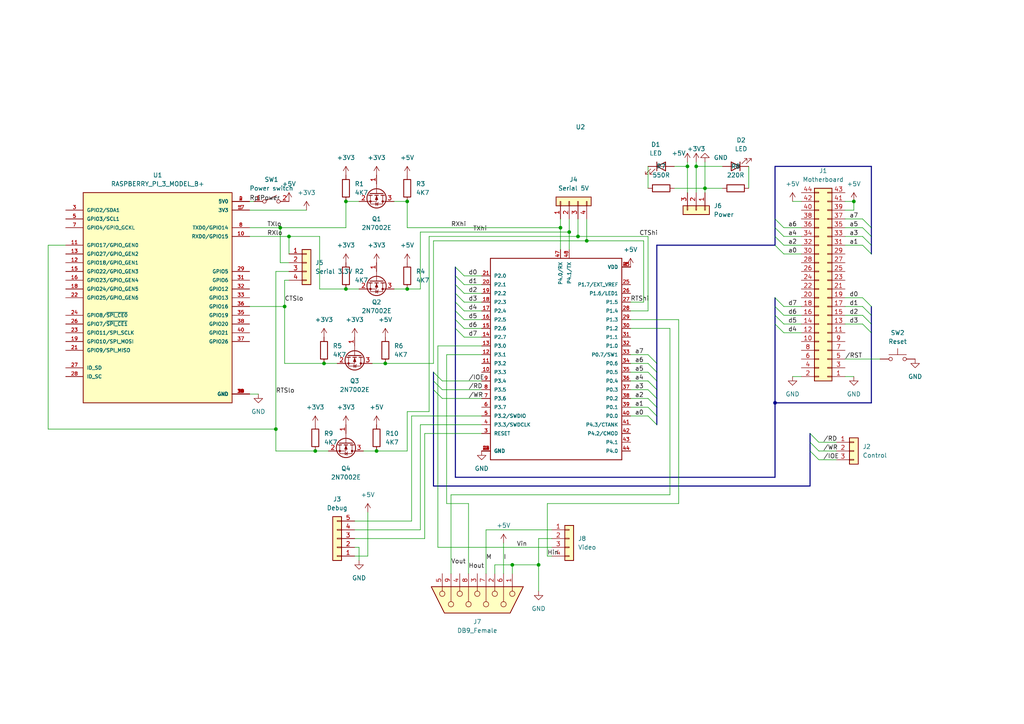
<source format=kicad_sch>
(kicad_sch (version 20211123) (generator eeschema)
  (paper "A4")
  (lib_symbols
    (symbol "CY8CKIT-049-42XX:CY8CKIT-049-42XX" (pin_names (offset 1.016))
      (property "Reference" "U2" (at 12.0397 83.82 0))
      (symbol "CY8CKIT-049-42XX_0_0"
        (polyline (pts (xy -12.7 -12.7) (xy 25.4 -12.7)) (stroke (width 0.254)))
        (polyline (pts (xy -12.7 45.72) (xy -12.7 -12.7)) (stroke (width 0.254)))
        (polyline (pts (xy 25.4 -12.7) (xy 25.4 45.72)) (stroke (width 0.254)))
        (polyline (pts (xy 25.4 45.72) (xy -12.7 45.72)) (stroke (width 0.254)))
        (pin bidirectional line (at 27.94 43.18 180) (length 2.54) (name "VDD") (number "1"))
        (pin bidirectional line (at -15.24 12.7 0) (length 2.54) (name "P3.3") (number "10"))
        (pin bidirectional line (at -15.24 15.24 0) (length 2.54) (name "P3.2") (number "11"))
        (pin bidirectional line (at -15.24 17.78 0) (length 2.54) (name "P3.1") (number "12"))
        (pin bidirectional line (at -15.24 20.32 0) (length 2.54) (name "P3.0") (number "13"))
        (pin bidirectional line (at -15.24 22.86 0) (length 2.54) (name "P2.7") (number "14"))
        (pin bidirectional line (at -15.24 25.4 0) (length 2.54) (name "P2.6") (number "15"))
        (pin bidirectional line (at -15.24 27.94 0) (length 2.54) (name "P2.5") (number "16"))
        (pin bidirectional line (at -15.24 30.48 0) (length 2.54) (name "P2.4") (number "17"))
        (pin bidirectional line (at -15.24 33.02 0) (length 2.54) (name "P2.3") (number "18"))
        (pin bidirectional line (at -15.24 35.56 0) (length 2.54) (name "P2.2") (number "19"))
        (pin bidirectional line (at -15.24 -10.16 0) (length 2.54) (name "GND") (number "2"))
        (pin bidirectional line (at -15.24 38.1 0) (length 2.54) (name "P2.1") (number "20"))
        (pin bidirectional line (at -15.24 40.64 0) (length 2.54) (name "P2.0") (number "21"))
        (pin bidirectional line (at -15.24 -10.16 0) (length 2.54) (name "GND") (number "22"))
        (pin bidirectional line (at 27.94 43.18 180) (length 2.54) (name "VDD") (number "23"))
        (pin bidirectional line (at -15.24 -10.16 0) (length 2.54) (name "GND") (number "24"))
        (pin bidirectional line (at 27.94 38.1 180) (length 2.54) (name "P1.7/EXT_VREF") (number "25"))
        (pin bidirectional line (at 27.94 35.56 180) (length 2.54) (name "P1.6/LED1") (number "26"))
        (pin bidirectional line (at 27.94 33.02 180) (length 2.54) (name "P1.5") (number "27"))
        (pin bidirectional line (at 27.94 30.48 180) (length 2.54) (name "P1.4") (number "28"))
        (pin bidirectional line (at 27.94 27.94 180) (length 2.54) (name "P1.3") (number "29"))
        (pin bidirectional line (at -15.24 -5.08 0) (length 2.54) (name "RESET") (number "3"))
        (pin bidirectional line (at 27.94 25.4 180) (length 2.54) (name "P1.2") (number "30"))
        (pin bidirectional line (at 27.94 22.86 180) (length 2.54) (name "P1.1") (number "31"))
        (pin bidirectional line (at 27.94 20.32 180) (length 2.54) (name "P1.0") (number "32"))
        (pin bidirectional line (at 27.94 17.78 180) (length 2.54) (name "P0.7/SW1") (number "33"))
        (pin bidirectional line (at 27.94 15.24 180) (length 2.54) (name "P0.6") (number "34"))
        (pin bidirectional line (at 27.94 12.7 180) (length 2.54) (name "P0.5") (number "35"))
        (pin bidirectional line (at 27.94 10.16 180) (length 2.54) (name "P0.4") (number "36"))
        (pin bidirectional line (at 27.94 7.62 180) (length 2.54) (name "P0.3") (number "37"))
        (pin bidirectional line (at 27.94 5.08 180) (length 2.54) (name "P0.2") (number "38"))
        (pin bidirectional line (at 27.94 2.54 180) (length 2.54) (name "P0.1") (number "39"))
        (pin bidirectional line (at -15.24 -2.54 0) (length 2.54) (name "P3.3/SWDCLK") (number "4"))
        (pin bidirectional line (at 27.94 0 180) (length 2.54) (name "P0.0") (number "40"))
        (pin bidirectional line (at 27.94 -2.54 180) (length 2.54) (name "P4.3/CTANK") (number "41"))
        (pin bidirectional line (at 27.94 -5.08 180) (length 2.54) (name "P4.2/CMOD") (number "42"))
        (pin bidirectional line (at 27.94 -7.62 180) (length 2.54) (name "P4.1") (number "43"))
        (pin bidirectional line (at 27.94 -10.16 180) (length 2.54) (name "P4.0") (number "44"))
        (pin power_in line (at 27.94 43.18 180) (length 2.54) (name "VDD") (number "45"))
        (pin power_in line (at -15.24 -10.16 0) (length 2.54) (name "GND") (number "46"))
        (pin bidirectional line (at 7.62 48.26 270) (length 2.54) (name "P4.0/RX") (number "47"))
        (pin bidirectional line (at 10.16 48.26 270) (length 2.54) (name "P4.1/TX") (number "48"))
        (pin bidirectional line (at -15.24 0 0) (length 2.54) (name "P3.2/SWDIO") (number "5"))
        (pin bidirectional line (at -15.24 2.54 0) (length 2.54) (name "P3.7") (number "6"))
        (pin bidirectional line (at -15.24 5.08 0) (length 2.54) (name "P3.6") (number "7"))
        (pin bidirectional line (at -15.24 7.62 0) (length 2.54) (name "P3.5") (number "8"))
        (pin bidirectional line (at -15.24 10.16 0) (length 2.54) (name "P3.4") (number "9"))
      )
    )
    (symbol "Connector:DB9_Female" (pin_names (offset 1.016) hide)
      (property "Reference" "J" (at 0 13.97 0))
      (property "Value" "DB9_Female" (at 0 -14.605 0))
      (symbol "DB9_Female_0_1"
        (circle (center -1.778 -10.16) (radius 0.762))
        (circle (center -1.778 -5.08) (radius 0.762))
        (circle (center -1.778 0) (radius 0.762))
        (circle (center -1.778 5.08) (radius 0.762))
        (circle (center -1.778 10.16) (radius 0.762))
        (polyline (pts (xy -3.81 -10.16) (xy -2.54 -10.16)))
        (polyline (pts (xy -3.81 -7.62) (xy 0.508 -7.62)))
        (polyline (pts (xy -3.81 -5.08) (xy -2.54 -5.08)))
        (polyline (pts (xy -3.81 -2.54) (xy 0.508 -2.54)))
        (polyline (pts (xy -3.81 0) (xy -2.54 0)))
        (polyline (pts (xy -3.81 2.54) (xy 0.508 2.54)))
        (polyline (pts (xy -3.81 5.08) (xy -2.54 5.08)))
        (polyline (pts (xy -3.81 7.62) (xy 0.508 7.62)))
        (polyline (pts (xy -3.81 10.16) (xy -2.54 10.16)))
        (polyline (pts (xy -3.81 13.335) (xy -3.81 -13.335) (xy 3.81 -9.525) (xy 3.81 9.525) (xy -3.81 13.335)) (stroke (width 0.254)) (fill (type background)))
        (circle (center 1.27 -7.62) (radius 0.762))
        (circle (center 1.27 -2.54) (radius 0.762))
        (circle (center 1.27 2.54) (radius 0.762))
        (circle (center 1.27 7.62) (radius 0.762))
      )
      (symbol "DB9_Female_1_1"
        (pin passive line (at -7.62 10.16 0) (length 3.81) (name "1") (number "1"))
        (pin passive line (at -7.62 5.08 0) (length 3.81) (name "2") (number "2"))
        (pin passive line (at -7.62 0 0) (length 3.81) (name "3") (number "3"))
        (pin passive line (at -7.62 -5.08 0) (length 3.81) (name "4") (number "4"))
        (pin passive line (at -7.62 -10.16 0) (length 3.81) (name "5") (number "5"))
        (pin passive line (at -7.62 7.62 0) (length 3.81) (name "6") (number "6"))
        (pin passive line (at -7.62 2.54 0) (length 3.81) (name "7") (number "7"))
        (pin passive line (at -7.62 -2.54 0) (length 3.81) (name "8") (number "8"))
        (pin passive line (at -7.62 -7.62 0) (length 3.81) (name "9") (number "9"))
      )
    )
    (symbol "Connector_Generic:Conn_01x03" (pin_names (offset 1.016) hide)
      (property "Reference" "J" (at 0 5.08 0))
      (property "Value" "Conn_01x03" (at 0 -5.08 0))
      (symbol "Conn_01x03_1_1"
        (rectangle (start -1.27 -2.413) (end 0 -2.667) (stroke (width 0.1524)))
        (rectangle (start -1.27 0.127) (end 0 -0.127) (stroke (width 0.1524)))
        (rectangle (start -1.27 2.667) (end 0 2.413) (stroke (width 0.1524)))
        (rectangle (start -1.27 3.81) (end 1.27 -3.81) (stroke (width 0.254)) (fill (type background)))
        (pin passive line (at -5.08 2.54 0) (length 3.81) (name "Pin_1") (number "1"))
        (pin passive line (at -5.08 0 0) (length 3.81) (name "Pin_2") (number "2"))
        (pin passive line (at -5.08 -2.54 0) (length 3.81) (name "Pin_3") (number "3"))
      )
    )
    (symbol "Connector_Generic:Conn_01x04" (pin_names (offset 1.016) hide)
      (property "Reference" "J" (at 0 5.08 0))
      (property "Value" "Conn_01x04" (at 0 -7.62 0))
      (symbol "Conn_01x04_1_1"
        (rectangle (start -1.27 -4.953) (end 0 -5.207) (stroke (width 0.1524)))
        (rectangle (start -1.27 -2.413) (end 0 -2.667) (stroke (width 0.1524)))
        (rectangle (start -1.27 0.127) (end 0 -0.127) (stroke (width 0.1524)))
        (rectangle (start -1.27 2.667) (end 0 2.413) (stroke (width 0.1524)))
        (rectangle (start -1.27 3.81) (end 1.27 -6.35) (stroke (width 0.254)) (fill (type background)))
        (pin passive line (at -5.08 2.54 0) (length 3.81) (name "Pin_1") (number "1"))
        (pin passive line (at -5.08 0 0) (length 3.81) (name "Pin_2") (number "2"))
        (pin passive line (at -5.08 -2.54 0) (length 3.81) (name "Pin_3") (number "3"))
        (pin passive line (at -5.08 -5.08 0) (length 3.81) (name "Pin_4") (number "4"))
      )
    )
    (symbol "Connector_Generic:Conn_01x05" (pin_names (offset 1.016) hide)
      (property "Reference" "J" (at 0 7.62 0))
      (property "Value" "Conn_01x05" (at 0 -7.62 0))
      (symbol "Conn_01x05_1_1"
        (rectangle (start -1.27 -4.953) (end 0 -5.207) (stroke (width 0.1524)))
        (rectangle (start -1.27 -2.413) (end 0 -2.667) (stroke (width 0.1524)))
        (rectangle (start -1.27 0.127) (end 0 -0.127) (stroke (width 0.1524)))
        (rectangle (start -1.27 2.667) (end 0 2.413) (stroke (width 0.1524)))
        (rectangle (start -1.27 5.207) (end 0 4.953) (stroke (width 0.1524)))
        (rectangle (start -1.27 6.35) (end 1.27 -6.35) (stroke (width 0.254)) (fill (type background)))
        (pin passive line (at -5.08 5.08 0) (length 3.81) (name "Pin_1") (number "1"))
        (pin passive line (at -5.08 2.54 0) (length 3.81) (name "Pin_2") (number "2"))
        (pin passive line (at -5.08 0 0) (length 3.81) (name "Pin_3") (number "3"))
        (pin passive line (at -5.08 -2.54 0) (length 3.81) (name "Pin_4") (number "4"))
        (pin passive line (at -5.08 -5.08 0) (length 3.81) (name "Pin_5") (number "5"))
      )
    )
    (symbol "Connector_Generic:Conn_02x22_Odd_Even" (pin_names (offset 1.016) hide)
      (property "Reference" "J" (at 1.27 27.94 0))
      (property "Value" "Conn_02x22_Odd_Even" (at 1.27 -30.48 0))
      (symbol "Conn_02x22_Odd_Even_1_1"
        (rectangle (start -1.27 -27.813) (end 0 -28.067) (stroke (width 0.1524)))
        (rectangle (start -1.27 -25.273) (end 0 -25.527) (stroke (width 0.1524)))
        (rectangle (start -1.27 -22.733) (end 0 -22.987) (stroke (width 0.1524)))
        (rectangle (start -1.27 -20.193) (end 0 -20.447) (stroke (width 0.1524)))
        (rectangle (start -1.27 -17.653) (end 0 -17.907) (stroke (width 0.1524)))
        (rectangle (start -1.27 -15.113) (end 0 -15.367) (stroke (width 0.1524)))
        (rectangle (start -1.27 -12.573) (end 0 -12.827) (stroke (width 0.1524)))
        (rectangle (start -1.27 -10.033) (end 0 -10.287) (stroke (width 0.1524)))
        (rectangle (start -1.27 -7.493) (end 0 -7.747) (stroke (width 0.1524)))
        (rectangle (start -1.27 -4.953) (end 0 -5.207) (stroke (width 0.1524)))
        (rectangle (start -1.27 -2.413) (end 0 -2.667) (stroke (width 0.1524)))
        (rectangle (start -1.27 0.127) (end 0 -0.127) (stroke (width 0.1524)))
        (rectangle (start -1.27 2.667) (end 0 2.413) (stroke (width 0.1524)))
        (rectangle (start -1.27 5.207) (end 0 4.953) (stroke (width 0.1524)))
        (rectangle (start -1.27 7.747) (end 0 7.493) (stroke (width 0.1524)))
        (rectangle (start -1.27 10.287) (end 0 10.033) (stroke (width 0.1524)))
        (rectangle (start -1.27 12.827) (end 0 12.573) (stroke (width 0.1524)))
        (rectangle (start -1.27 15.367) (end 0 15.113) (stroke (width 0.1524)))
        (rectangle (start -1.27 17.907) (end 0 17.653) (stroke (width 0.1524)))
        (rectangle (start -1.27 20.447) (end 0 20.193) (stroke (width 0.1524)))
        (rectangle (start -1.27 22.987) (end 0 22.733) (stroke (width 0.1524)))
        (rectangle (start -1.27 25.527) (end 0 25.273) (stroke (width 0.1524)))
        (rectangle (start -1.27 26.67) (end 3.81 -29.21) (stroke (width 0.254)) (fill (type background)))
        (rectangle (start 3.81 -27.813) (end 2.54 -28.067) (stroke (width 0.1524)))
        (rectangle (start 3.81 -25.273) (end 2.54 -25.527) (stroke (width 0.1524)))
        (rectangle (start 3.81 -22.733) (end 2.54 -22.987) (stroke (width 0.1524)))
        (rectangle (start 3.81 -20.193) (end 2.54 -20.447) (stroke (width 0.1524)))
        (rectangle (start 3.81 -17.653) (end 2.54 -17.907) (stroke (width 0.1524)))
        (rectangle (start 3.81 -15.113) (end 2.54 -15.367) (stroke (width 0.1524)))
        (rectangle (start 3.81 -12.573) (end 2.54 -12.827) (stroke (width 0.1524)))
        (rectangle (start 3.81 -10.033) (end 2.54 -10.287) (stroke (width 0.1524)))
        (rectangle (start 3.81 -7.493) (end 2.54 -7.747) (stroke (width 0.1524)))
        (rectangle (start 3.81 -4.953) (end 2.54 -5.207) (stroke (width 0.1524)))
        (rectangle (start 3.81 -2.413) (end 2.54 -2.667) (stroke (width 0.1524)))
        (rectangle (start 3.81 0.127) (end 2.54 -0.127) (stroke (width 0.1524)))
        (rectangle (start 3.81 2.667) (end 2.54 2.413) (stroke (width 0.1524)))
        (rectangle (start 3.81 5.207) (end 2.54 4.953) (stroke (width 0.1524)))
        (rectangle (start 3.81 7.747) (end 2.54 7.493) (stroke (width 0.1524)))
        (rectangle (start 3.81 10.287) (end 2.54 10.033) (stroke (width 0.1524)))
        (rectangle (start 3.81 12.827) (end 2.54 12.573) (stroke (width 0.1524)))
        (rectangle (start 3.81 15.367) (end 2.54 15.113) (stroke (width 0.1524)))
        (rectangle (start 3.81 17.907) (end 2.54 17.653) (stroke (width 0.1524)))
        (rectangle (start 3.81 20.447) (end 2.54 20.193) (stroke (width 0.1524)))
        (rectangle (start 3.81 22.987) (end 2.54 22.733) (stroke (width 0.1524)))
        (rectangle (start 3.81 25.527) (end 2.54 25.273) (stroke (width 0.1524)))
        (pin passive line (at -5.08 25.4 0) (length 3.81) (name "Pin_1") (number "1"))
        (pin passive line (at 7.62 15.24 180) (length 3.81) (name "Pin_10") (number "10"))
        (pin passive line (at -5.08 12.7 0) (length 3.81) (name "Pin_11") (number "11"))
        (pin passive line (at 7.62 12.7 180) (length 3.81) (name "Pin_12") (number "12"))
        (pin passive line (at -5.08 10.16 0) (length 3.81) (name "Pin_13") (number "13"))
        (pin passive line (at 7.62 10.16 180) (length 3.81) (name "Pin_14") (number "14"))
        (pin passive line (at -5.08 7.62 0) (length 3.81) (name "Pin_15") (number "15"))
        (pin passive line (at 7.62 7.62 180) (length 3.81) (name "Pin_16") (number "16"))
        (pin passive line (at -5.08 5.08 0) (length 3.81) (name "Pin_17") (number "17"))
        (pin passive line (at 7.62 5.08 180) (length 3.81) (name "Pin_18") (number "18"))
        (pin passive line (at -5.08 2.54 0) (length 3.81) (name "Pin_19") (number "19"))
        (pin passive line (at 7.62 25.4 180) (length 3.81) (name "Pin_2") (number "2"))
        (pin passive line (at 7.62 2.54 180) (length 3.81) (name "Pin_20") (number "20"))
        (pin passive line (at -5.08 0 0) (length 3.81) (name "Pin_21") (number "21"))
        (pin passive line (at 7.62 0 180) (length 3.81) (name "Pin_22") (number "22"))
        (pin passive line (at -5.08 -2.54 0) (length 3.81) (name "Pin_23") (number "23"))
        (pin passive line (at 7.62 -2.54 180) (length 3.81) (name "Pin_24") (number "24"))
        (pin passive line (at -5.08 -5.08 0) (length 3.81) (name "Pin_25") (number "25"))
        (pin passive line (at 7.62 -5.08 180) (length 3.81) (name "Pin_26") (number "26"))
        (pin passive line (at -5.08 -7.62 0) (length 3.81) (name "Pin_27") (number "27"))
        (pin passive line (at 7.62 -7.62 180) (length 3.81) (name "Pin_28") (number "28"))
        (pin passive line (at -5.08 -10.16 0) (length 3.81) (name "Pin_29") (number "29"))
        (pin passive line (at -5.08 22.86 0) (length 3.81) (name "Pin_3") (number "3"))
        (pin passive line (at 7.62 -10.16 180) (length 3.81) (name "Pin_30") (number "30"))
        (pin passive line (at -5.08 -12.7 0) (length 3.81) (name "Pin_31") (number "31"))
        (pin passive line (at 7.62 -12.7 180) (length 3.81) (name "Pin_32") (number "32"))
        (pin passive line (at -5.08 -15.24 0) (length 3.81) (name "Pin_33") (number "33"))
        (pin passive line (at 7.62 -15.24 180) (length 3.81) (name "Pin_34") (number "34"))
        (pin passive line (at -5.08 -17.78 0) (length 3.81) (name "Pin_35") (number "35"))
        (pin passive line (at 7.62 -17.78 180) (length 3.81) (name "Pin_36") (number "36"))
        (pin passive line (at -5.08 -20.32 0) (length 3.81) (name "Pin_37") (number "37"))
        (pin passive line (at 7.62 -20.32 180) (length 3.81) (name "Pin_38") (number "38"))
        (pin passive line (at -5.08 -22.86 0) (length 3.81) (name "Pin_39") (number "39"))
        (pin passive line (at 7.62 22.86 180) (length 3.81) (name "Pin_4") (number "4"))
        (pin passive line (at 7.62 -22.86 180) (length 3.81) (name "Pin_40") (number "40"))
        (pin passive line (at -5.08 -25.4 0) (length 3.81) (name "Pin_41") (number "41"))
        (pin passive line (at 7.62 -25.4 180) (length 3.81) (name "Pin_42") (number "42"))
        (pin passive line (at -5.08 -27.94 0) (length 3.81) (name "Pin_43") (number "43"))
        (pin passive line (at 7.62 -27.94 180) (length 3.81) (name "Pin_44") (number "44"))
        (pin passive line (at -5.08 20.32 0) (length 3.81) (name "Pin_5") (number "5"))
        (pin passive line (at 7.62 20.32 180) (length 3.81) (name "Pin_6") (number "6"))
        (pin passive line (at -5.08 17.78 0) (length 3.81) (name "Pin_7") (number "7"))
        (pin passive line (at 7.62 17.78 180) (length 3.81) (name "Pin_8") (number "8"))
        (pin passive line (at -5.08 15.24 0) (length 3.81) (name "Pin_9") (number "9"))
      )
    )
    (symbol "Device:LED" (pin_numbers hide) (pin_names (offset 1.016) hide)
      (property "Reference" "D" (at 0 2.54 0))
      (property "Value" "LED" (at 0 -2.54 0))
      (symbol "LED_0_1"
        (polyline (pts (xy -1.27 -1.27) (xy -1.27 1.27)) (stroke (width 0.254)))
        (polyline (pts (xy -1.27 0) (xy 1.27 0)))
        (polyline (pts (xy 1.27 -1.27) (xy 1.27 1.27) (xy -1.27 0) (xy 1.27 -1.27)) (stroke (width 0.254)))
        (polyline (pts (xy -3.048 -0.762) (xy -4.572 -2.286) (xy -3.81 -2.286) (xy -4.572 -2.286) (xy -4.572 -1.524)))
        (polyline (pts (xy -1.778 -0.762) (xy -3.302 -2.286) (xy -2.54 -2.286) (xy -3.302 -2.286) (xy -3.302 -1.524)))
      )
      (symbol "LED_1_1"
        (pin passive line (at -3.81 0 0) (length 2.54) (name "K") (number "1"))
        (pin passive line (at 3.81 0 180) (length 2.54) (name "A") (number "2"))
      )
    )
    (symbol "Device:R" (pin_numbers hide) (pin_names (offset 0))
      (property "Reference" "R" (at 2.032 0 90))
      (property "Value" "R" (at 0 0 90))
      (symbol "R_0_1"
        (rectangle (start -1.016 -2.54) (end 1.016 2.54) (stroke (width 0.254)))
      )
      (symbol "R_1_1"
        (pin passive line (at 0 3.81 270) (length 1.27) (name "~") (number "1"))
        (pin passive line (at 0 -3.81 90) (length 1.27) (name "~") (number "2"))
      )
    )
    (symbol "RASPBERRY_PI_3_MODEL_B_:RASPBERRY_PI_3_MODEL_B+" (pin_names (offset 1.016))
      (property "Reference" "U1" (at -1.27 30.48 0))
      (property "Value" "RASPBERRY_PI_3_MODEL_B+" (at -1.27 27.94 0))
      (symbol "RASPBERRY_PI_3_MODEL_B+_0_0"
        (rectangle (start -22.86 -35.56) (end 20.32 25.4) (stroke (width 0.254)) (fill (type background)))
        (pin power_in line (at 25.4 20.32 180) (length 5.08) (name "3V3") (number "1"))
        (pin bidirectional line (at 25.4 12.7 180) (length 5.08) (name "RXD0/GPIO15") (number "10"))
        (pin bidirectional line (at -27.94 10.16 0) (length 5.08) (name "GPIO17/GPIO_GEN0") (number "11"))
        (pin bidirectional line (at -27.94 5.08 0) (length 5.08) (name "GPIO18/GPIO_GEN1") (number "12"))
        (pin bidirectional line (at -27.94 7.62 0) (length 5.08) (name "GPIO27/GPIO_GEN2") (number "13"))
        (pin power_in line (at 25.4 -33.02 180) (length 5.08) (name "GND") (number "14"))
        (pin bidirectional line (at -27.94 2.54 0) (length 5.08) (name "GPIO22/GPIO_GEN3") (number "15"))
        (pin bidirectional line (at -27.94 0 0) (length 5.08) (name "GPIO23/GPIO_GEN4") (number "16"))
        (pin power_in line (at 25.4 20.32 180) (length 5.08) (name "3V3") (number "17"))
        (pin bidirectional line (at -27.94 -2.54 0) (length 5.08) (name "GPIO24/GPIO_GEN5") (number "18"))
        (pin bidirectional line (at -27.94 -17.78 0) (length 5.08) (name "GPIO10/SPI_MOSI") (number "19"))
        (pin power_in line (at 25.4 22.86 180) (length 5.08) (name "5V0") (number "2"))
        (pin power_in line (at 25.4 -33.02 180) (length 5.08) (name "GND") (number "20"))
        (pin bidirectional line (at -27.94 -20.32 0) (length 5.08) (name "GPIO9/SPI_MISO") (number "21"))
        (pin bidirectional line (at -27.94 -5.08 0) (length 5.08) (name "GPIO25/GPIO_GEN6") (number "22"))
        (pin bidirectional line (at -27.94 -15.24 0) (length 5.08) (name "GPIO11/SPI_SCLK") (number "23"))
        (pin bidirectional line (at -27.94 -10.16 0) (length 5.08) (name "GPIO8/~{SPI_CE0}") (number "24"))
        (pin power_in line (at 25.4 -33.02 180) (length 5.08) (name "GND") (number "25"))
        (pin bidirectional line (at -27.94 -12.7 0) (length 5.08) (name "GPIO7/~{SPI_CE1}") (number "26"))
        (pin bidirectional line (at -27.94 -25.4 0) (length 5.08) (name "ID_SD") (number "27"))
        (pin bidirectional line (at -27.94 -27.94 0) (length 5.08) (name "ID_SC") (number "28"))
        (pin bidirectional line (at 25.4 2.54 180) (length 5.08) (name "GPIO5") (number "29"))
        (pin bidirectional line (at -27.94 20.32 0) (length 5.08) (name "GPIO2/SDA1") (number "3"))
        (pin power_in line (at 25.4 -33.02 180) (length 5.08) (name "GND") (number "30"))
        (pin bidirectional line (at 25.4 0 180) (length 5.08) (name "GPIO6") (number "31"))
        (pin bidirectional line (at 25.4 -2.54 180) (length 5.08) (name "GPIO12") (number "32"))
        (pin bidirectional line (at 25.4 -5.08 180) (length 5.08) (name "GPIO13") (number "33"))
        (pin power_in line (at 25.4 -33.02 180) (length 5.08) (name "GND") (number "34"))
        (pin bidirectional line (at 25.4 -10.16 180) (length 5.08) (name "GPIO19") (number "35"))
        (pin bidirectional line (at 25.4 -7.62 180) (length 5.08) (name "GPIO16") (number "36"))
        (pin bidirectional line (at 25.4 -17.78 180) (length 5.08) (name "GPIO26") (number "37"))
        (pin bidirectional line (at 25.4 -12.7 180) (length 5.08) (name "GPIO20") (number "38"))
        (pin power_in line (at 25.4 -33.02 180) (length 5.08) (name "GND") (number "39"))
        (pin power_in line (at 25.4 22.86 180) (length 5.08) (name "5V0") (number "4"))
        (pin bidirectional line (at 25.4 -15.24 180) (length 5.08) (name "GPIO21") (number "40"))
        (pin bidirectional line (at -27.94 17.78 0) (length 5.08) (name "GPIO3/SCL1") (number "5"))
        (pin power_in line (at 25.4 -33.02 180) (length 5.08) (name "GND") (number "6"))
        (pin bidirectional line (at -27.94 15.24 0) (length 5.08) (name "GPIO4/GPIO_GCKL") (number "7"))
        (pin bidirectional line (at 25.4 15.24 180) (length 5.08) (name "TXD0/GPIO14") (number "8"))
        (pin power_in line (at 25.4 -33.02 180) (length 5.08) (name "GND") (number "9"))
      )
    )
    (symbol "Switch:SW_Push" (pin_numbers hide) (pin_names (offset 1.016) hide)
      (property "Reference" "SW" (at 1.27 2.54 0))
      (property "Value" "SW_Push" (at 0 -1.524 0))
      (symbol "SW_Push_0_1"
        (circle (center -2.032 0) (radius 0.508))
        (polyline (pts (xy 0 1.27) (xy 0 3.048)))
        (polyline (pts (xy 2.54 1.27) (xy -2.54 1.27)))
        (circle (center 2.032 0) (radius 0.508))
        (pin passive line (at -5.08 0 0) (length 2.54) (name "1") (number "1"))
        (pin passive line (at 5.08 0 180) (length 2.54) (name "2") (number "2"))
      )
    )
    (symbol "Switch:SW_SPST" (pin_names (offset 0) hide)
      (property "Reference" "SW" (at 0 3.175 0))
      (property "Value" "SW_SPST" (at 0 -2.54 0))
      (symbol "SW_SPST_0_0"
        (circle (center -2.032 0) (radius 0.508))
        (polyline (pts (xy -1.524 0.254) (xy 1.524 1.778)))
        (circle (center 2.032 0) (radius 0.508))
      )
      (symbol "SW_SPST_1_1"
        (pin passive line (at -5.08 0 0) (length 2.54) (name "A") (number "1"))
        (pin passive line (at 5.08 0 180) (length 2.54) (name "B") (number "2"))
      )
    )
    (symbol "Transistor_FET:2N7002E" (pin_names hide)
      (property "Reference" "Q" (at 5.08 1.905 0))
      (property "Value" "2N7002E" (at 5.08 0 0))
      (symbol "2N7002E_0_1"
        (polyline (pts (xy 0.254 0) (xy -2.54 0)))
        (polyline (pts (xy 0.254 1.905) (xy 0.254 -1.905)) (stroke (width 0.254)))
        (polyline (pts (xy 0.762 -1.27) (xy 0.762 -2.286)) (stroke (width 0.254)))
        (polyline (pts (xy 0.762 0.508) (xy 0.762 -0.508)) (stroke (width 0.254)))
        (polyline (pts (xy 0.762 2.286) (xy 0.762 1.27)) (stroke (width 0.254)))
        (polyline (pts (xy 2.54 2.54) (xy 2.54 1.778)))
        (polyline (pts (xy 2.54 -2.54) (xy 2.54 0) (xy 0.762 0)))
        (polyline (pts (xy 0.762 -1.778) (xy 3.302 -1.778) (xy 3.302 1.778) (xy 0.762 1.778)))
        (polyline (pts (xy 1.016 0) (xy 2.032 0.381) (xy 2.032 -0.381) (xy 1.016 0)) (fill (type outline)))
        (polyline (pts (xy 2.794 0.508) (xy 2.921 0.381) (xy 3.683 0.381) (xy 3.81 0.254)))
        (polyline (pts (xy 3.302 0.381) (xy 2.921 -0.254) (xy 3.683 -0.254) (xy 3.302 0.381)))
        (circle (center 1.651 0) (radius 2.794) (stroke (width 0.254)))
        (circle (center 2.54 -1.778) (radius 0.254) (fill (type outline)))
        (circle (center 2.54 1.778) (radius 0.254) (fill (type outline)))
      )
      (symbol "2N7002E_1_1"
        (pin input line (at -5.08 0 0) (length 2.54) (name "G") (number "1"))
        (pin passive line (at 2.54 -5.08 90) (length 2.54) (name "S") (number "2"))
        (pin passive line (at 2.54 5.08 270) (length 2.54) (name "D") (number "3"))
      )
    )
    (symbol "power:+3.3V" (power) (pin_names (offset 0))
      (property "Value" "+3.3V" (at 0 3.556 0))
      (symbol "+3.3V_0_1"
        (polyline (pts (xy -0.762 1.27) (xy 0 2.54)))
        (polyline (pts (xy 0 0) (xy 0 2.54)))
        (polyline (pts (xy 0 2.54) (xy 0.762 1.27)))
      )
      (symbol "+3.3V_1_1"
        (pin power_in line (at 0 0 90) (length 0) hide (name "+3V3") (number "1"))
      )
    )
    (symbol "power:+5V" (power) (pin_names (offset 0))
      (property "Value" "+5V" (at 0 3.556 0))
      (symbol "+5V_0_1"
        (polyline (pts (xy -0.762 1.27) (xy 0 2.54)))
        (polyline (pts (xy 0 0) (xy 0 2.54)))
        (polyline (pts (xy 0 2.54) (xy 0.762 1.27)))
      )
      (symbol "+5V_1_1"
        (pin power_in line (at 0 0 90) (length 0) hide (name "+5V") (number "1"))
      )
    )
    (symbol "power:GND" (power) (pin_names (offset 0))
      (property "Value" "GND" (at 0 -3.81 0))
      (symbol "GND_0_1"
        (polyline (pts (xy 0 0) (xy 0 -1.27) (xy 1.27 -1.27) (xy 0 -2.54) (xy -1.27 -1.27) (xy 0 -1.27)))
      )
      (symbol "GND_1_1"
        (pin power_in line (at 0 0 270) (length 0) hide (name "GND") (number "1"))
      )
    )
  )
  (junction (at 170.18 69.85))
  (junction (at 148.59 163.83))
  (junction (at 80.01 124.46))
  (junction (at 83.82 68.58))
  (junction (at 156.21 163.83))
  (junction (at 224.79 116.84))
  (junction (at 247.65 58.42))
  (junction (at 167.64 68.58))
  (junction (at 201.93 48.26))
  (junction (at 100.33 58.42))
  (junction (at 162.56 66.04))
  (junction (at 91.44 130.81))
  (junction (at 109.22 130.81))
  (junction (at 204.47 54.61))
  (junction (at 81.28 66.04))
  (junction (at 100.33 83.82))
  (junction (at 118.11 58.42))
  (junction (at 111.76 105.41))
  (junction (at 165.1 67.31))
  (junction (at 93.98 105.41))
  (junction (at 118.11 83.82))
  (junction (at 199.39 48.26))
  (junction (at 82.55 88.9))
  (bus_entry (at 234.95 125.73) (size 2.54 2.54))
  (bus_entry (at 234.95 128.27) (size 2.54 2.54))
  (bus_entry (at 234.95 130.81) (size 2.54 2.54))
  (bus_entry (at 132.08 80.01) (size 2.54 2.54))
  (bus_entry (at 132.08 77.47) (size 2.54 2.54))
  (bus_entry (at 132.08 95.25) (size 2.54 2.54))
  (bus_entry (at 132.08 85.09) (size 2.54 2.54))
  (bus_entry (at 132.08 82.55) (size 2.54 2.54))
  (bus_entry (at 132.08 92.71) (size 2.54 2.54))
  (bus_entry (at 132.08 90.17) (size 2.54 2.54))
  (bus_entry (at 132.08 87.63) (size 2.54 2.54))
  (bus_entry (at 250.19 86.36) (size 2.54 2.54))
  (bus_entry (at 250.19 93.98) (size 2.54 2.54))
  (bus_entry (at 250.19 91.44) (size 2.54 2.54))
  (bus_entry (at 250.19 88.9) (size 2.54 2.54))
  (bus_entry (at 224.79 86.36) (size 2.54 2.54))
  (bus_entry (at 224.79 88.9) (size 2.54 2.54))
  (bus_entry (at 224.79 91.44) (size 2.54 2.54))
  (bus_entry (at 224.79 93.98) (size 2.54 2.54))
  (bus_entry (at 125.73 107.95) (size 2.54 2.54))
  (bus_entry (at 125.73 110.49) (size 2.54 2.54))
  (bus_entry (at 125.73 113.03) (size 2.54 2.54))
  (bus_entry (at 187.96 120.65) (size 2.54 2.54))
  (bus_entry (at 187.96 118.11) (size 2.54 2.54))
  (bus_entry (at 187.96 115.57) (size 2.54 2.54))
  (bus_entry (at 187.96 110.49) (size 2.54 2.54))
  (bus_entry (at 187.96 107.95) (size 2.54 2.54))
  (bus_entry (at 187.96 105.41) (size 2.54 2.54))
  (bus_entry (at 187.96 102.87) (size 2.54 2.54))
  (bus_entry (at 187.96 113.03) (size 2.54 2.54))
  (bus_entry (at 224.79 63.5) (size 2.54 2.54))
  (bus_entry (at 224.79 66.04) (size 2.54 2.54))
  (bus_entry (at 224.79 68.58) (size 2.54 2.54))
  (bus_entry (at 224.79 71.12) (size 2.54 2.54))
  (bus_entry (at 250.19 71.12) (size 2.54 2.54))
  (bus_entry (at 250.19 68.58) (size 2.54 2.54))
  (bus_entry (at 250.19 66.04) (size 2.54 2.54))
  (bus_entry (at 250.19 63.5) (size 2.54 2.54))
  (bus (pts (xy 252.73 93.98) (xy 252.73 96.52)))
  (bus (pts (xy 224.79 66.04) (xy 224.79 68.58)))
  (wire (pts (xy 217.17 48.26) (xy 217.17 54.61)))
  (wire (pts (xy 245.11 63.5) (xy 250.19 63.5)))
  (bus (pts (xy 125.73 110.49) (xy 125.73 113.03)))
  (wire (pts (xy 201.93 48.26) (xy 209.55 48.26)))
  (wire (pts (xy 72.39 60.96) (xy 88.9 60.96)))
  (wire (pts (xy 102.87 156.21) (xy 123.19 156.21)))
  (wire (pts (xy 143.51 163.83) (xy 143.51 166.37)))
  (wire (pts (xy 245.11 58.42) (xy 247.65 58.42)))
  (wire (pts (xy 247.65 60.96) (xy 245.11 60.96)))
  (wire (pts (xy 162.56 63.5) (xy 162.56 66.04)))
  (wire (pts (xy 104.14 83.82) (xy 100.33 83.82)))
  (bus (pts (xy 132.08 90.17) (xy 132.08 92.71)))
  (wire (pts (xy 118.11 66.04) (xy 118.11 58.42)))
  (bus (pts (xy 224.79 48.26) (xy 224.79 63.5)))
  (wire (pts (xy 245.11 91.44) (xy 250.19 91.44)))
  (wire (pts (xy 158.75 161.29) (xy 158.75 146.05)))
  (wire (pts (xy 148.59 163.83) (xy 143.51 163.83)))
  (wire (pts (xy 13.97 124.46) (xy 80.01 124.46)))
  (wire (pts (xy 139.7 102.87) (xy 129.54 102.87)))
  (bus (pts (xy 132.08 95.25) (xy 132.08 138.43)))
  (wire (pts (xy 121.92 83.82) (xy 121.92 67.31)))
  (wire (pts (xy 245.11 66.04) (xy 250.19 66.04)))
  (bus (pts (xy 234.95 140.97) (xy 125.73 140.97)))
  (bus (pts (xy 190.5 113.03) (xy 190.5 110.49)))
  (wire (pts (xy 83.82 68.58) (xy 92.71 68.58)))
  (wire (pts (xy 195.58 54.61) (xy 204.47 54.61)))
  (wire (pts (xy 187.96 48.26) (xy 187.96 54.61)))
  (bus (pts (xy 125.73 107.95) (xy 125.73 110.49)))
  (wire (pts (xy 102.87 153.67) (xy 121.92 153.67)))
  (bus (pts (xy 252.73 66.04) (xy 252.73 48.26)))
  (wire (pts (xy 195.58 48.26) (xy 199.39 48.26)))
  (wire (pts (xy 227.33 68.58) (xy 232.41 68.58)))
  (wire (pts (xy 128.27 115.57) (xy 139.7 115.57)))
  (bus (pts (xy 132.08 138.43) (xy 224.79 138.43)))
  (wire (pts (xy 82.55 81.28) (xy 83.82 81.28)))
  (wire (pts (xy 109.22 130.81) (xy 118.11 130.81)))
  (wire (pts (xy 97.79 105.41) (xy 93.98 105.41)))
  (wire (pts (xy 196.85 92.71) (xy 182.88 92.71)))
  (wire (pts (xy 81.28 66.04) (xy 100.33 66.04)))
  (wire (pts (xy 72.39 66.04) (xy 81.28 66.04)))
  (wire (pts (xy 204.47 54.61) (xy 204.47 55.88)))
  (wire (pts (xy 140.97 153.67) (xy 140.97 166.37)))
  (wire (pts (xy 167.64 68.58) (xy 187.96 68.58)))
  (bus (pts (xy 190.5 115.57) (xy 190.5 113.03)))
  (wire (pts (xy 134.62 85.09) (xy 139.7 85.09)))
  (wire (pts (xy 194.31 143.51) (xy 130.81 143.51)))
  (wire (pts (xy 118.11 66.04) (xy 162.56 66.04)))
  (wire (pts (xy 158.75 146.05) (xy 196.85 146.05)))
  (wire (pts (xy 196.85 146.05) (xy 196.85 92.71)))
  (wire (pts (xy 194.31 95.25) (xy 194.31 143.51)))
  (wire (pts (xy 227.33 96.52) (xy 232.41 96.52)))
  (bus (pts (xy 132.08 82.55) (xy 132.08 85.09)))
  (wire (pts (xy 72.39 88.9) (xy 82.55 88.9)))
  (wire (pts (xy 83.82 68.58) (xy 83.82 73.66)))
  (wire (pts (xy 105.41 130.81) (xy 109.22 130.81)))
  (wire (pts (xy 102.87 151.13) (xy 119.38 151.13)))
  (wire (pts (xy 201.93 46.99) (xy 201.93 48.26)))
  (wire (pts (xy 118.11 119.38) (xy 124.46 119.38)))
  (bus (pts (xy 224.79 68.58) (xy 224.79 71.12)))
  (wire (pts (xy 170.18 69.85) (xy 170.18 63.5)))
  (wire (pts (xy 114.3 83.82) (xy 118.11 83.82)))
  (bus (pts (xy 252.73 48.26) (xy 224.79 48.26)))
  (bus (pts (xy 190.5 110.49) (xy 190.5 107.95)))
  (bus (pts (xy 132.08 85.09) (xy 132.08 87.63)))
  (wire (pts (xy 182.88 110.49) (xy 187.96 110.49)))
  (wire (pts (xy 237.49 128.27) (xy 242.57 128.27)))
  (wire (pts (xy 199.39 48.26) (xy 199.39 55.88)))
  (wire (pts (xy 186.69 87.63) (xy 182.88 87.63)))
  (bus (pts (xy 190.5 105.41) (xy 190.5 71.12)))
  (wire (pts (xy 227.33 93.98) (xy 232.41 93.98)))
  (bus (pts (xy 252.73 68.58) (xy 252.73 66.04)))
  (wire (pts (xy 100.33 66.04) (xy 100.33 58.42)))
  (wire (pts (xy 95.25 130.81) (xy 91.44 130.81)))
  (wire (pts (xy 245.11 68.58) (xy 250.19 68.58)))
  (wire (pts (xy 182.88 115.57) (xy 187.96 115.57)))
  (wire (pts (xy 156.21 156.21) (xy 160.02 156.21)))
  (wire (pts (xy 123.19 125.73) (xy 123.19 156.21)))
  (wire (pts (xy 106.68 161.29) (xy 106.68 148.59)))
  (wire (pts (xy 134.62 90.17) (xy 139.7 90.17)))
  (wire (pts (xy 204.47 54.61) (xy 209.55 54.61)))
  (wire (pts (xy 92.71 83.82) (xy 92.71 68.58)))
  (bus (pts (xy 252.73 73.66) (xy 252.73 71.12)))
  (wire (pts (xy 182.88 95.25) (xy 194.31 95.25)))
  (wire (pts (xy 245.11 86.36) (xy 250.19 86.36)))
  (wire (pts (xy 232.41 109.22) (xy 229.87 109.22)))
  (wire (pts (xy 128.27 113.03) (xy 139.7 113.03)))
  (wire (pts (xy 245.11 93.98) (xy 250.19 93.98)))
  (wire (pts (xy 129.54 102.87) (xy 129.54 146.05)))
  (wire (pts (xy 160.02 161.29) (xy 158.75 161.29)))
  (bus (pts (xy 252.73 91.44) (xy 252.73 93.98)))
  (wire (pts (xy 102.87 158.75) (xy 104.14 158.75)))
  (wire (pts (xy 121.92 123.19) (xy 121.92 153.67)))
  (wire (pts (xy 124.46 68.58) (xy 124.46 119.38)))
  (bus (pts (xy 234.95 125.73) (xy 234.95 128.27)))
  (wire (pts (xy 160.02 158.75) (xy 127 158.75)))
  (wire (pts (xy 73.66 58.42) (xy 72.39 58.42)))
  (bus (pts (xy 224.79 91.44) (xy 224.79 93.98)))
  (wire (pts (xy 127 158.75) (xy 127 100.33)))
  (wire (pts (xy 182.88 105.41) (xy 187.96 105.41)))
  (wire (pts (xy 134.62 97.79) (xy 139.7 97.79)))
  (wire (pts (xy 148.59 163.83) (xy 148.59 166.37)))
  (wire (pts (xy 199.39 46.99) (xy 199.39 48.26)))
  (wire (pts (xy 237.49 133.35) (xy 242.57 133.35)))
  (bus (pts (xy 190.5 120.65) (xy 190.5 118.11)))
  (bus (pts (xy 132.08 92.71) (xy 132.08 95.25)))
  (wire (pts (xy 82.55 105.41) (xy 93.98 105.41)))
  (wire (pts (xy 134.62 87.63) (xy 139.7 87.63)))
  (bus (pts (xy 190.5 118.11) (xy 190.5 115.57)))
  (wire (pts (xy 227.33 91.44) (xy 232.41 91.44)))
  (wire (pts (xy 127 100.33) (xy 139.7 100.33)))
  (wire (pts (xy 182.88 118.11) (xy 187.96 118.11)))
  (wire (pts (xy 124.46 68.58) (xy 167.64 68.58)))
  (wire (pts (xy 125.73 105.41) (xy 125.73 69.85)))
  (wire (pts (xy 156.21 163.83) (xy 148.59 163.83)))
  (wire (pts (xy 13.97 71.12) (xy 13.97 124.46)))
  (wire (pts (xy 182.88 120.65) (xy 187.96 120.65)))
  (wire (pts (xy 82.55 88.9) (xy 82.55 105.41)))
  (wire (pts (xy 182.88 113.03) (xy 187.96 113.03)))
  (wire (pts (xy 121.92 67.31) (xy 165.1 67.31)))
  (wire (pts (xy 80.01 130.81) (xy 91.44 130.81)))
  (wire (pts (xy 139.7 120.65) (xy 119.38 120.65)))
  (wire (pts (xy 13.97 71.12) (xy 19.05 71.12)))
  (bus (pts (xy 190.5 71.12) (xy 224.79 71.12)))
  (wire (pts (xy 81.28 66.04) (xy 81.28 76.2)))
  (wire (pts (xy 162.56 66.04) (xy 162.56 72.39)))
  (wire (pts (xy 146.05 157.48) (xy 146.05 166.37)))
  (wire (pts (xy 135.89 146.05) (xy 135.89 166.37)))
  (wire (pts (xy 227.33 88.9) (xy 232.41 88.9)))
  (wire (pts (xy 134.62 95.25) (xy 139.7 95.25)))
  (wire (pts (xy 182.88 107.95) (xy 187.96 107.95)))
  (wire (pts (xy 82.55 88.9) (xy 82.55 81.28)))
  (wire (pts (xy 247.65 58.42) (xy 247.65 60.96)))
  (wire (pts (xy 186.69 69.85) (xy 186.69 87.63)))
  (wire (pts (xy 245.11 109.22) (xy 247.65 109.22)))
  (wire (pts (xy 104.14 162.56) (xy 104.14 158.75)))
  (bus (pts (xy 132.08 77.47) (xy 132.08 80.01)))
  (wire (pts (xy 129.54 146.05) (xy 135.89 146.05)))
  (wire (pts (xy 160.02 153.67) (xy 140.97 153.67)))
  (bus (pts (xy 224.79 63.5) (xy 224.79 66.04)))
  (bus (pts (xy 190.5 123.19) (xy 190.5 120.65)))
  (wire (pts (xy 81.28 76.2) (xy 83.82 76.2)))
  (wire (pts (xy 118.11 130.81) (xy 118.11 119.38)))
  (wire (pts (xy 80.01 124.46) (xy 80.01 130.81)))
  (bus (pts (xy 224.79 93.98) (xy 224.79 116.84)))
  (wire (pts (xy 227.33 73.66) (xy 232.41 73.66)))
  (wire (pts (xy 102.87 161.29) (xy 106.68 161.29)))
  (bus (pts (xy 224.79 86.36) (xy 224.79 88.9)))
  (wire (pts (xy 119.38 120.65) (xy 119.38 151.13)))
  (wire (pts (xy 114.3 58.42) (xy 118.11 58.42)))
  (wire (pts (xy 125.73 69.85) (xy 170.18 69.85)))
  (bus (pts (xy 224.79 138.43) (xy 224.79 116.84)))
  (wire (pts (xy 237.49 130.81) (xy 242.57 130.81)))
  (bus (pts (xy 252.73 88.9) (xy 252.73 91.44)))
  (wire (pts (xy 111.76 105.41) (xy 125.73 105.41)))
  (wire (pts (xy 227.33 71.12) (xy 232.41 71.12)))
  (wire (pts (xy 118.11 83.82) (xy 121.92 83.82)))
  (wire (pts (xy 139.7 125.73) (xy 123.19 125.73)))
  (bus (pts (xy 234.95 128.27) (xy 234.95 130.81)))
  (wire (pts (xy 72.39 114.3) (xy 74.93 114.3)))
  (wire (pts (xy 80.01 78.74) (xy 83.82 78.74)))
  (wire (pts (xy 170.18 69.85) (xy 186.69 69.85)))
  (wire (pts (xy 80.01 78.74) (xy 80.01 124.46)))
  (wire (pts (xy 201.93 48.26) (xy 201.93 55.88)))
  (wire (pts (xy 107.95 105.41) (xy 111.76 105.41)))
  (wire (pts (xy 232.41 58.42) (xy 229.87 58.42)))
  (wire (pts (xy 139.7 123.19) (xy 121.92 123.19)))
  (wire (pts (xy 134.62 92.71) (xy 139.7 92.71)))
  (bus (pts (xy 252.73 71.12) (xy 252.73 68.58)))
  (wire (pts (xy 182.88 90.17) (xy 187.96 90.17)))
  (wire (pts (xy 165.1 63.5) (xy 165.1 67.31)))
  (wire (pts (xy 187.96 68.58) (xy 187.96 90.17)))
  (wire (pts (xy 167.64 63.5) (xy 167.64 68.58)))
  (wire (pts (xy 245.11 104.14) (xy 255.27 104.14)))
  (wire (pts (xy 156.21 163.83) (xy 156.21 171.45)))
  (wire (pts (xy 134.62 82.55) (xy 139.7 82.55)))
  (wire (pts (xy 227.33 66.04) (xy 232.41 66.04)))
  (bus (pts (xy 132.08 80.01) (xy 132.08 82.55)))
  (wire (pts (xy 130.81 143.51) (xy 130.81 166.37)))
  (wire (pts (xy 72.39 68.58) (xy 83.82 68.58)))
  (wire (pts (xy 245.11 71.12) (xy 250.19 71.12)))
  (wire (pts (xy 156.21 163.83) (xy 156.21 156.21)))
  (bus (pts (xy 224.79 88.9) (xy 224.79 91.44)))
  (wire (pts (xy 100.33 58.42) (xy 104.14 58.42)))
  (bus (pts (xy 252.73 96.52) (xy 252.73 116.84)))
  (bus (pts (xy 125.73 113.03) (xy 125.73 140.97)))
  (bus (pts (xy 132.08 87.63) (xy 132.08 90.17)))
  (wire (pts (xy 100.33 83.82) (xy 92.71 83.82)))
  (wire (pts (xy 245.11 88.9) (xy 250.19 88.9)))
  (wire (pts (xy 128.27 110.49) (xy 139.7 110.49)))
  (wire (pts (xy 182.88 102.87) (xy 187.96 102.87)))
  (wire (pts (xy 165.1 72.39) (xy 165.1 67.31)))
  (bus (pts (xy 234.95 130.81) (xy 234.95 140.97)))
  (wire (pts (xy 204.47 46.99) (xy 204.47 54.61)))
  (bus (pts (xy 190.5 107.95) (xy 190.5 105.41)))
  (wire (pts (xy 134.62 80.01) (xy 139.7 80.01)))
  (bus (pts (xy 252.73 116.84) (xy 224.79 116.84)))
  (label "a4" (at 228.6 68.58 0))
  (label "d3" (at 246.38 93.98 0))
  (label "d2" (at 135.89 85.09 0))
  (label "d5" (at 135.89 92.71 0))
  (label "TXhi" (at 137.16 67.31 0))
  (label "RXhi" (at 130.81 66.04 0))
  (label "CTShi" (at 185.42 68.58 0))
  (label "d4" (at 228.6 96.52 0))
  (label "d0" (at 135.89 80.01 0))
  (label "a3" (at 184.15 113.03 0))
  (label "CTSlo" (at 82.55 87.63 0))
  (label "{slash}IOE" (at 135.89 110.49 0))
  (label "Hin" (at 158.75 161.29 0))
  (label "d3" (at 135.89 87.63 0))
  (label "d1" (at 135.89 82.55 0))
  (label "I" (at 146.05 162.56 0))
  (label "RpiPower" (at 72.39 58.42 0))
  (label "Vin" (at 149.86 158.75 0))
  (label "{slash}RST" (at 245.11 104.14 0))
  (label "a7" (at 184.15 102.87 0))
  (label "d0" (at 246.38 86.36 0))
  (label "a1" (at 184.15 118.11 0))
  (label "a1" (at 246.38 71.12 0))
  (label "a5" (at 184.15 107.95 0))
  (label "a3" (at 246.38 68.58 0))
  (label "d2" (at 246.38 91.44 0))
  (label "{slash}RD" (at 238.76 128.27 0))
  (label "{slash}WR" (at 238.76 130.81 0))
  (label "a0" (at 184.15 120.65 0))
  (label "a6" (at 184.15 105.41 0))
  (label "d7" (at 135.89 97.79 0))
  (label "{slash}IOE" (at 238.76 133.35 0))
  (label "RTSlo" (at 80.01 114.3 0))
  (label "a5" (at 246.38 66.04 0))
  (label "a0" (at 228.6 73.66 0))
  (label "d6" (at 228.6 91.44 0))
  (label "a4" (at 184.15 110.49 0))
  (label "Vout" (at 130.81 163.83 0))
  (label "a2" (at 228.6 71.12 0))
  (label "RXlo" (at 77.47 68.58 0))
  (label "d7" (at 228.6 88.9 0))
  (label "{slash}WR" (at 135.89 115.57 0))
  (label "TXlo" (at 77.47 66.04 0))
  (label "d6" (at 135.89 95.25 0))
  (label "a6" (at 228.6 66.04 0))
  (label "RTShi" (at 182.88 87.63 0))
  (label "d5" (at 228.6 93.98 0))
  (label "Hout" (at 135.89 165.1 0))
  (label "a7" (at 246.38 63.5 0))
  (label "{slash}RD" (at 135.89 113.03 0))
  (label "M" (at 140.97 162.56 0))
  (label "d1" (at 246.38 88.9 0))
  (label "d4" (at 135.89 90.17 0))
  (label "a2" (at 184.15 115.57 0))
  (symbol (lib_id "Connector_Generic:Conn_01x03") (at 247.65 130.81 0) (unit 1)
    (property "Reference" "J2" (at 250.19 129.5399 0) (effects (justify left)))
    (property "Value" "Control" (at 250.19 132.0799 0) (effects (justify left)))
    (property "Footprint" "Connector_PinSocket_2.54mm:PinSocket_1x03_P2.54mm_Vertical" (effects hide))
  )
  (symbol (lib_id "Connector_Generic:Conn_02x22_Odd_Even") (at 240.03 83.82 180) (unit 1)
    (property "Reference" "J1" (at 238.76 49.53 0))
    (property "Value" "Motherboard" (at 238.76 52.07 0))
    (property "Footprint" "Connector_PinHeader_2.54mm:PinHeader_2x22_P2.54mm_Vertical" (effects hide))
  )
  (symbol (lib_id "power:+3.3V") (at 91.44 123.19 0) (unit 1)
    (property "Reference" "#PWR0129" (effects hide))
    (property "Value" "+3.3V" (at 91.44 118.11 0))
  )
  (symbol (lib_id "power:+5V") (at 146.05 157.48 0) (unit 1)
    (property "Reference" "#PWR0126" (effects hide))
    (property "Value" "+5V" (at 146.05 152.4 0))
  )
  (symbol (lib_id "Device:R") (at 100.33 54.61 0) (unit 1)
    (property "Reference" "R1" (at 102.87 53.3399 0) (effects (justify left)))
    (property "Value" "4K7" (at 102.87 55.8799 0) (effects (justify left)))
    (property "Footprint" "Resistor_SMD:R_0603_1608Metric" (effects hide))
  )
  (symbol (lib_id "power:+5V") (at 247.65 58.42 0) (unit 1)
    (property "Reference" "#PWR0108" (effects hide))
    (property "Value" "+5V" (at 247.65 53.34 0))
  )
  (symbol (lib_id "power:+5V") (at 182.88 77.47 0) (unit 1)
    (property "Reference" "#PWR0118" (effects hide))
    (property "Value" "+5V" (at 182.88 72.39 0))
  )
  (symbol (lib_id "power:+3.3V") (at 88.9 60.96 0) (unit 1)
    (property "Reference" "#PWR0111" (effects hide))
    (property "Value" "+3.3V" (at 88.9 55.88 0))
  )
  (symbol (lib_id "Switch:SW_SPST") (at 78.74 58.42 0) (unit 1)
    (property "Reference" "SW1" (at 78.74 52.07 0))
    (property "Value" "Power switch" (at 78.74 54.61 0))
    (property "Footprint" "Connector_PinHeader_2.54mm:PinHeader_1x02_P2.54mm_Vertical" (effects hide))
  )
  (symbol (lib_id "Device:R") (at 91.44 127 0) (unit 1)
    (property "Reference" "R9" (at 93.98 125.7299 0) (effects (justify left)))
    (property "Value" "4K7" (at 93.98 128.2699 0) (effects (justify left)))
    (property "Footprint" "Resistor_SMD:R_0603_1608Metric" (effects hide))
  )
  (symbol (lib_id "power:GND") (at 156.21 171.45 0) (unit 1)
    (property "Reference" "#PWR0125" (effects hide))
    (property "Value" "GND" (at 156.21 176.53 0))
  )
  (symbol (lib_id "Connector_Generic:Conn_01x04") (at 165.1 156.21 0) (unit 1)
    (property "Reference" "J8" (at 167.64 156.2099 0) (effects (justify left)))
    (property "Value" "Video" (at 167.64 158.7499 0) (effects (justify left)))
    (property "Footprint" "Connector_PinHeader_2.54mm:PinHeader_1x04_P2.54mm_Vertical" (effects hide))
  )
  (symbol (lib_id "power:+5V") (at 229.87 58.42 0) (unit 1)
    (property "Reference" "#PWR0107" (effects hide))
    (property "Value" "+5V" (at 229.87 53.34 0))
  )
  (symbol (lib_id "power:GND") (at 265.43 104.14 0) (unit 1)
    (property "Reference" "#PWR0109" (effects hide))
    (property "Value" "GND" (at 265.43 109.22 0))
  )
  (symbol (lib_id "Device:R") (at 111.76 101.6 0) (unit 1)
    (property "Reference" "R6" (at 114.3 100.3299 0) (effects (justify left)))
    (property "Value" "4K7" (at 114.3 102.8699 0) (effects (justify left)))
    (property "Footprint" "Resistor_SMD:R_0603_1608Metric" (effects hide))
  )
  (symbol (lib_id "power:+3.3V") (at 109.22 76.2 0) (unit 1)
    (property "Reference" "#PWR0114" (effects hide))
    (property "Value" "+3.3V" (at 109.22 71.12 0))
  )
  (symbol (lib_id "Connector_Generic:Conn_01x03") (at 201.93 60.96 270) (unit 1)
    (property "Reference" "J6" (at 207.01 59.6899 90) (effects (justify left)))
    (property "Value" "Power" (at 207.01 62.2299 90) (effects (justify left)))
    (property "Footprint" "Connector_PinSocket_2.54mm:PinSocket_1x03_P2.54mm_Vertical" (effects hide))
  )
  (symbol (lib_id "Transistor_FET:2N7002E") (at 109.22 81.28 270) (unit 1)
    (property "Reference" "Q2" (at 109.22 87.63 90))
    (property "Value" "2N7002E" (at 109.22 90.17 90))
    (property "Footprint" "Package_TO_SOT_SMD:SOT-23" (effects hide))
    (property "Datasheet" "http://www.diodes.com/assets/Datasheets/ds30376.pdf" (effects hide))
  )
  (symbol (lib_id "power:+5V") (at 106.68 148.59 0) (unit 1)
    (property "Reference" "#PWR0105" (effects hide))
    (property "Value" "+5V" (at 106.68 143.51 0))
  )
  (symbol (lib_id "power:+3.3V") (at 100.33 50.8 0) (unit 1)
    (property "Reference" "#PWR0112" (effects hide))
    (property "Value" "+3.3V" (at 100.33 45.72 0))
  )
  (symbol (lib_id "power:GND") (at 247.65 109.22 0) (unit 1)
    (property "Reference" "#PWR0104" (effects hide))
    (property "Value" "GND" (at 247.65 114.3 0))
  )
  (symbol (lib_id "Switch:SW_Push") (at 260.35 104.14 0) (unit 1)
    (property "Reference" "SW2" (at 260.35 96.52 0))
    (property "Value" "Reset" (at 260.35 99.06 0))
    (property "Footprint" "Connector_PinHeader_2.54mm:PinHeader_1x02_P2.54mm_Vertical" (effects hide))
  )
  (symbol (lib_id "power:+5V") (at 118.11 50.8 0) (unit 1)
    (property "Reference" "#PWR0115" (effects hide))
    (property "Value" "+5V" (at 118.11 45.72 0))
  )
  (symbol (lib_id "Device:R") (at 93.98 101.6 0) (unit 1)
    (property "Reference" "R5" (at 96.52 100.3299 0) (effects (justify left)))
    (property "Value" "4K7" (at 96.52 102.8699 0) (effects (justify left)))
    (property "Footprint" "Resistor_SMD:R_0603_1608Metric" (effects hide))
  )
  (symbol (lib_id "power:GND") (at 229.87 109.22 0) (unit 1)
    (property "Reference" "#PWR0103" (effects hide))
    (property "Value" "GND" (at 229.87 114.3 0))
  )
  (symbol (lib_id "power:+5V") (at 83.82 58.42 0) (unit 1)
    (property "Reference" "#PWR0101" (effects hide))
    (property "Value" "+5V" (at 83.82 53.34 0))
  )
  (symbol (lib_id "Device:R") (at 109.22 127 0) (unit 1)
    (property "Reference" "R10" (at 111.76 125.7299 0) (effects (justify left)))
    (property "Value" "4K7" (at 111.76 128.2699 0) (effects (justify left)))
    (property "Footprint" "Resistor_SMD:R_0603_1608Metric" (effects hide))
  )
  (symbol (lib_id "Transistor_FET:2N7002E") (at 100.33 128.27 270) (unit 1)
    (property "Reference" "Q4" (at 100.33 135.89 90))
    (property "Value" "2N7002E" (at 100.33 138.43 90))
    (property "Footprint" "Package_TO_SOT_SMD:SOT-23" (effects hide))
    (property "Datasheet" "http://www.diodes.com/assets/Datasheets/ds30376.pdf" (effects hide))
  )
  (symbol (lib_id "Device:R") (at 213.36 54.61 90) (unit 1)
    (property "Reference" "R8" (at 213.36 48.26 90))
    (property "Value" "220R" (at 213.36 50.8 90))
    (property "Footprint" "Resistor_SMD:R_0603_1608Metric" (effects hide))
  )
  (symbol (lib_id "power:+3.3V") (at 100.33 76.2 0) (unit 1)
    (property "Reference" "#PWR0113" (effects hide))
    (property "Value" "+3.3V" (at 100.33 71.12 0))
  )
  (symbol (lib_id "RASPBERRY_PI_3_MODEL_B_:RASPBERRY_PI_3_MODEL_B+") (at 46.99 81.28 0) (unit 1)
    (property "Reference" "U1" (at 45.72 50.8 0))
    (property "Value" "RASPBERRY_PI_3_MODEL_B+" (at 45.72 53.34 0))
    (property "Footprint" "brotheradapter:MODULE_RASPBERRY_PI_3_MODEL_B+" (effects hide))
    (property "MANUFACTURER" "Raspberry Pi" (effects hide))
    (property "MAXIMUM_PACKAGE_HIEGHT" "18mm" (effects hide))
    (property "PARTREV" "1.0" (effects hide))
    (property "STANDARD" "Manufacturer Recommendations" (effects hide))
  )
  (symbol (lib_id "Connector_Generic:Conn_01x04") (at 88.9 76.2 0) (unit 1)
    (property "Reference" "J5" (at 91.44 76.1999 0) (effects (justify left)))
    (property "Value" "Serial 3.3V" (at 91.44 78.7399 0) (effects (justify left)))
    (property "Footprint" "Connector_PinSocket_2.54mm:PinSocket_1x04_P2.54mm_Vertical" (effects hide))
  )
  (symbol (lib_id "power:+5V") (at 118.11 76.2 0) (unit 1)
    (property "Reference" "#PWR0116" (effects hide))
    (property "Value" "+5V" (at 118.11 71.12 0))
  )
  (symbol (lib_id "Transistor_FET:2N7002E") (at 109.22 55.88 270) (unit 1)
    (property "Reference" "Q1" (at 109.22 63.5 90))
    (property "Value" "2N7002E" (at 109.22 66.04 90))
    (property "Footprint" "Package_TO_SOT_SMD:SOT-23" (effects hide))
    (property "Datasheet" "http://www.diodes.com/assets/Datasheets/ds30376.pdf" (effects hide))
  )
  (symbol (lib_id "power:+5V") (at 109.22 123.19 0) (unit 1)
    (property "Reference" "#PWR0128" (effects hide))
    (property "Value" "+5V" (at 109.22 118.11 0))
  )
  (symbol (lib_id "Device:R") (at 118.11 80.01 0) (unit 1)
    (property "Reference" "R4" (at 120.65 78.7399 0) (effects (justify left)))
    (property "Value" "4K7" (at 120.65 81.2799 0) (effects (justify left)))
    (property "Footprint" "Resistor_SMD:R_0603_1608Metric" (effects hide))
  )
  (symbol (lib_id "Device:LED") (at 213.36 48.26 180) (unit 1)
    (property "Reference" "D2" (at 214.9475 40.64 0))
    (property "Value" "LED" (at 214.9475 43.18 0))
    (property "Footprint" "LED_SMD:LED_0603_1608Metric" (effects hide))
  )
  (symbol (lib_id "Device:R") (at 191.77 54.61 90) (unit 1)
    (property "Reference" "R7" (at 191.77 48.26 90))
    (property "Value" "550R" (at 191.77 50.8 90))
    (property "Footprint" "Resistor_SMD:R_0603_1608Metric" (effects hide))
  )
  (symbol (lib_id "CY8CKIT-049-42XX:CY8CKIT-049-42XX") (at 154.94 120.65 0) (unit 1)
    (property "Reference" "U2" (at 166.9797 36.83 0) (effects (justify left)))
    (property "Value" "CY8CKIT-049-42XX" (effects hide))
    (property "Footprint" "brotheradapter:CY8CKIT-049-42XX" (effects hide))
  )
  (symbol (lib_id "Connector_Generic:Conn_01x04") (at 165.1 58.42 90) (unit 1)
    (property "Reference" "J4" (at 166.37 52.07 90))
    (property "Value" "Serial 5V" (at 166.37 54.61 90))
    (property "Footprint" "Connector_PinSocket_2.54mm:PinSocket_1x04_P2.54mm_Vertical" (effects hide))
  )
  (symbol (lib_id "power:GND") (at 74.93 114.3 0) (unit 1)
    (property "Reference" "#PWR0102" (effects hide))
    (property "Value" "GND" (at 74.93 119.38 0))
  )
  (symbol (lib_id "power:+5V") (at 111.76 97.79 0) (unit 1)
    (property "Reference" "#PWR0122" (effects hide))
    (property "Value" "+5V" (at 111.76 92.71 0))
  )
  (symbol (lib_id "Transistor_FET:2N7002E") (at 102.87 102.87 270) (unit 1)
    (property "Reference" "Q3" (at 102.87 110.49 90))
    (property "Value" "2N7002E" (at 102.87 113.03 90))
    (property "Footprint" "Package_TO_SOT_SMD:SOT-23" (effects hide))
    (property "Datasheet" "http://www.diodes.com/assets/Datasheets/ds30376.pdf" (effects hide))
  )
  (symbol (lib_id "power:+3.3V") (at 93.98 97.79 0) (unit 1)
    (property "Reference" "#PWR0124" (effects hide))
    (property "Value" "+3.3V" (at 93.98 92.71 0))
  )
  (symbol (lib_id "power:+3.3V") (at 102.87 97.79 0) (unit 1)
    (property "Reference" "#PWR0123" (effects hide))
    (property "Value" "+3.3V" (at 102.87 92.71 0))
  )
  (symbol (lib_id "power:GND") (at 139.7 130.81 0) (unit 1)
    (property "Reference" "#PWR0117" (effects hide))
    (property "Value" "GND" (at 139.7 135.89 0))
  )
  (symbol (lib_id "Device:R") (at 100.33 80.01 0) (unit 1)
    (property "Reference" "R2" (at 102.87 78.7399 0) (effects (justify left)))
    (property "Value" "4K7" (at 102.87 81.2799 0) (effects (justify left)))
    (property "Footprint" "Resistor_SMD:R_0603_1608Metric" (effects hide))
  )
  (symbol (lib_id "power:+3.3V") (at 201.93 46.99 0) (unit 1)
    (property "Reference" "#PWR0121" (effects hide))
    (property "Value" "+3.3V" (at 201.93 43.18 0))
  )
  (symbol (lib_id "Connector:DB9_Female") (at 138.43 173.99 270) (unit 1)
    (property "Reference" "J7" (at 138.43 180.34 90))
    (property "Value" "DB9_Female" (at 138.43 182.88 90))
    (property "Footprint" "Connector_Dsub:DSUB-9_Female_EdgeMount_P2.77mm" (effects hide))
    (property "Datasheet" " ~" (effects hide))
  )
  (symbol (lib_id "Connector_Generic:Conn_01x05") (at 97.79 156.21 180) (unit 1)
    (property "Reference" "J3" (at 97.79 144.78 0))
    (property "Value" "Debug" (at 97.79 147.32 0))
    (property "Footprint" "Connector_PinHeader_2.54mm:PinHeader_1x05_P2.54mm_Vertical" (effects hide))
  )
  (symbol (lib_id "Device:R") (at 118.11 54.61 0) (unit 1)
    (property "Reference" "R3" (at 120.65 53.3399 0) (effects (justify left)))
    (property "Value" "4K7" (at 120.65 55.8799 0) (effects (justify left)))
    (property "Footprint" "Resistor_SMD:R_0603_1608Metric" (effects hide))
  )
  (symbol (lib_id "Device:LED") (at 191.77 48.26 0) (unit 1)
    (property "Reference" "D1" (at 190.1825 41.91 0))
    (property "Value" "LED" (at 190.1825 44.45 0))
    (property "Footprint" "LED_SMD:LED_0603_1608Metric" (effects hide))
  )
  (symbol (lib_id "power:+5V") (at 199.39 46.99 0) (unit 1)
    (property "Reference" "#PWR0120" (effects hide))
    (property "Value" "+5V" (at 196.85 44.45 0))
  )
  (symbol (lib_id "power:+3.3V") (at 100.33 123.19 0) (unit 1)
    (property "Reference" "#PWR0127" (effects hide))
    (property "Value" "+3.3V" (at 100.33 118.11 0))
  )
  (symbol (lib_id "power:GND") (at 204.47 46.99 180) (unit 1)
    (property "Reference" "#PWR0119" (effects hide))
    (property "Value" "GND" (at 207.01 45.7199 0) (effects (justify right)))
  )
  (symbol (lib_id "power:GND") (at 104.14 162.56 0) (unit 1)
    (property "Reference" "#PWR0106" (effects hide))
    (property "Value" "GND" (at 104.14 167.64 0))
  )
  (symbol (lib_id "power:+3.3V") (at 109.22 50.8 0) (unit 1)
    (property "Reference" "#PWR0110" (effects hide))
    (property "Value" "+3.3V" (at 109.22 45.72 0))
  )
)
</source>
